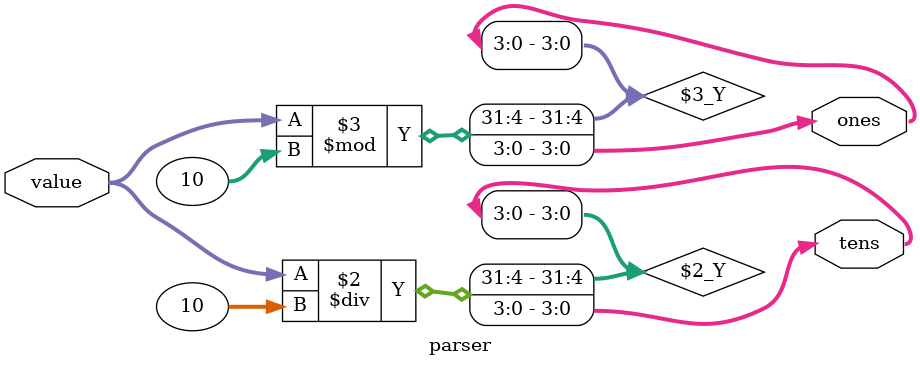
<source format=sv>
module parser #(
    parameter BUS_WIDTH = 8
)(
    input logic [BUS_WIDTH-1:0] value,
    output logic [3:0] ones,
    output logic [3:0] tens
);

    always_comb begin
        tens = value / 10;
        ones = value % 10;
    end

endmodule
</source>
